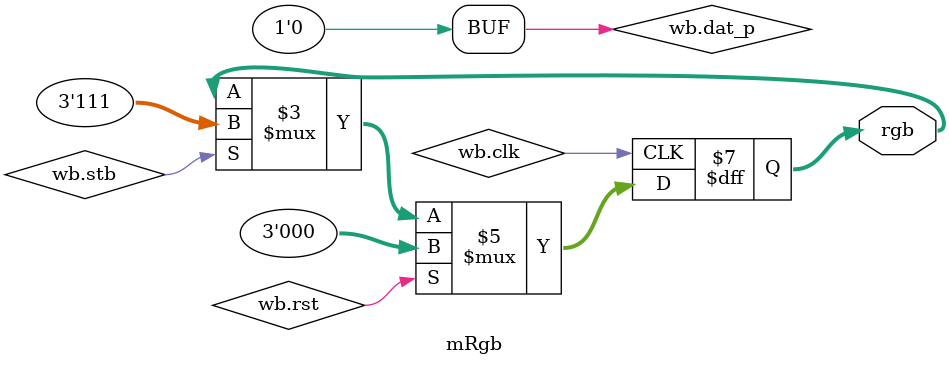
<source format=sv>

module mRgb(
	iWishbone.mPeri wb,
	output logic[2:0] rgb
);
	assign wb.dat_p = 0;

	always_ff @(posedge wb.clk) begin
		wb.ack <= wb.stb;

		if (wb.stb) begin
			rgb <= 3'b111;
		end

		if (wb.rst) begin
			rgb <= 0;
		end
	end

endmodule

</source>
